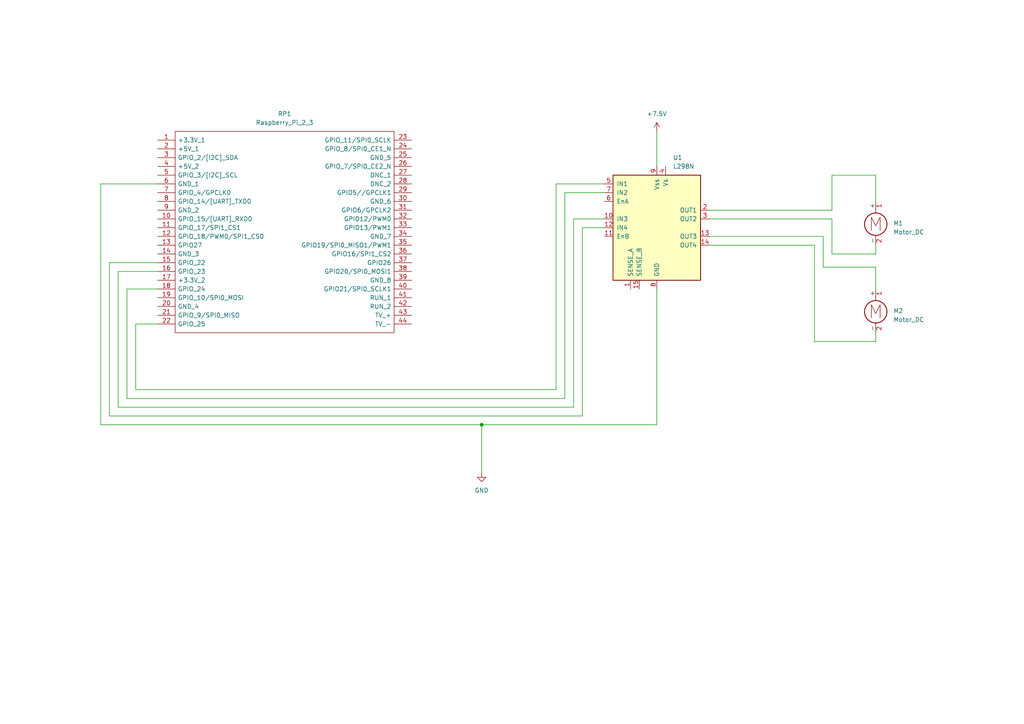
<source format=kicad_sch>
(kicad_sch (version 20250114) (generator "eeschema") (generator_version "9.0")
  (paper "A4")
  (lib_symbols
    (symbol "Driver_Motor:L298N" (pin_names (offset 1.016))
      (property "Reference" "U" (at -10.16 16.51 0))
      (property "Value" "L298N" (at 12.7 16.51 0))
      (symbol "L298N_0_1"
        (rectangle (start -12.7 15.24) (end 12.7 -15.24) (stroke (width 0.254)) (fill (type background)))
      )
      (symbol "L298N_1_1"
        (pin input line (at -15.24 12.7 0) (length 2.54) (name "IN1") (number "5"))
        (pin input line (at -15.24 10.16 0) (length 2.54) (name "IN2") (number "7"))
        (pin input line (at -15.24 7.62 0) (length 2.54) (name "EnA") (number "6"))
        (pin input line (at -15.24 2.54 0) (length 2.54) (name "IN3") (number "10"))
        (pin input line (at -15.24 0 0) (length 2.54) (name "IN4") (number "12"))
        (pin input line (at -15.24 -2.54 0) (length 2.54) (name "EnB") (number "11"))
        (pin power_in line (at -7.62 -17.78 90) (length 2.54) (name "SENSE_A") (number "1"))
        (pin power_in line (at -5.08 -17.78 90) (length 2.54) (name "SENSE_B") (number "15"))
        (pin power_in line (at 0 17.78 270) (length 2.54) (name "Vss") (number "9"))
        (pin power_in line (at 0 -17.78 90) (length 2.54) (name "GND") (number "8"))
        (pin power_in line (at 2.54 17.78 270) (length 2.54) (name "Vs") (number "4"))
        (pin output line (at 15.24 5.08 180) (length 2.54) (name "OUT1") (number "2"))
        (pin output line (at 15.24 2.54 180) (length 2.54) (name "OUT2") (number "3"))
        (pin output line (at 15.24 -2.54 180) (length 2.54) (name "OUT3") (number "13"))
        (pin output line (at 15.24 -5.08 180) (length 2.54) (name "OUT4") (number "14"))
      )
    )
    (symbol "Motor:Motor_DC" (pin_names (offset 0))
      (property "Reference" "M" (at 2.54 2.54 0))
      (property "Value" "Motor_DC" (at 2.54 -5.08 0))
      (symbol "Motor_DC_0_0"
        (polyline (pts (xy -1.27 -3.302) (xy -1.27 0.508) (xy 0 -2.032) (xy 1.27 0.508) (xy 1.27 -3.302)))
      )
      (symbol "Motor_DC_0_1"
        (polyline (pts (xy 0 2.032) (xy 0 2.54)))
        (polyline (pts (xy 0 1.7272) (xy 0 2.0828)))
        (circle (center 0 -1.524) (radius 3.2512) (stroke (width 0.254)))
        (polyline (pts (xy 0 -4.7752) (xy 0 -5.1816)))
        (polyline (pts (xy 0 -7.62) (xy 0 -7.112)))
      )
      (symbol "Motor_DC_1_1"
        (pin passive line (at 0 5.08 270) (length 2.54) (name "+") (number "1"))
        (pin passive line (at 0 -7.62 90) (length 2.54) (name "-") (number "2"))
      )
    )
    (symbol "Raspberry_Pi_2_or_3:Raspberry_Pi_2_3" (pin_names (offset 0.762))
      (property "Reference" "RP" (at 30.48 27.94 0))
      (property "Value" "Raspberry_Pi_2_3" (at 30.48 25.4 0))
      (symbol "Raspberry_Pi_2_3_0_0"
        (pin bidirectional line (at 0 0 0) (length 5.08) (name "+3.3V_1") (number "1"))
        (pin bidirectional line (at 0 -2.54 0) (length 5.08) (name "+5V_1") (number "2"))
        (pin bidirectional line (at 0 -5.08 0) (length 5.08) (name "GPIO_2/[I2C]_SDA") (number "3"))
        (pin bidirectional line (at 0 -7.62 0) (length 5.08) (name "+5V_2") (number "4"))
        (pin bidirectional line (at 0 -10.16 0) (length 5.08) (name "GPIO_3/[I2C]_SCL") (number "5"))
        (pin bidirectional line (at 0 -12.7 0) (length 5.08) (name "GND_1") (number "6"))
        (pin bidirectional line (at 0 -15.24 0) (length 5.08) (name "GPIO_4/GPCLK0") (number "7"))
        (pin bidirectional line (at 0 -17.78 0) (length 5.08) (name "GPIO_14/[UART]_TXD0") (number "8"))
        (pin bidirectional line (at 0 -20.32 0) (length 5.08) (name "GND_2") (number "9"))
        (pin bidirectional line (at 0 -22.86 0) (length 5.08) (name "GPIO_15/[UART]_RXD0") (number "10"))
        (pin bidirectional line (at 0 -25.4 0) (length 5.08) (name "GPIO_17/SPI1_CS1") (number "11"))
        (pin bidirectional line (at 0 -27.94 0) (length 5.08) (name "GPIO_18/PWM0/SPI1_CS0") (number "12"))
        (pin bidirectional line (at 0 -30.48 0) (length 5.08) (name "GPIO27") (number "13"))
        (pin bidirectional line (at 0 -33.02 0) (length 5.08) (name "GND_3") (number "14"))
        (pin bidirectional line (at 0 -35.56 0) (length 5.08) (name "GPIO_22") (number "15"))
        (pin bidirectional line (at 0 -38.1 0) (length 5.08) (name "GPIO_23") (number "16"))
        (pin bidirectional line (at 0 -40.64 0) (length 5.08) (name "+3.3V_2") (number "17"))
        (pin bidirectional line (at 0 -43.18 0) (length 5.08) (name "GPIO_24") (number "18"))
        (pin bidirectional line (at 0 -45.72 0) (length 5.08) (name "GPIO_10/SPI0_MOSI") (number "19"))
        (pin bidirectional line (at 0 -48.26 0) (length 5.08) (name "GND_4") (number "20"))
        (pin bidirectional line (at 0 -50.8 0) (length 5.08) (name "GPIO_9/SPI0_MISO") (number "21"))
        (pin bidirectional line (at 0 -53.34 0) (length 5.08) (name "GPIO_25") (number "22"))
        (pin bidirectional line (at 73.66 0 180) (length 5.08) (name "GPIO_11/SPI0_SCLK") (number "23"))
        (pin bidirectional line (at 73.66 -2.54 180) (length 5.08) (name "GPIO_8/SPI0_CE1_N") (number "24"))
        (pin bidirectional line (at 73.66 -5.08 180) (length 5.08) (name "GND_5") (number "25"))
        (pin bidirectional line (at 73.66 -7.62 180) (length 5.08) (name "GPIO_7/SPI0_CE2_N") (number "26"))
        (pin bidirectional line (at 73.66 -10.16 180) (length 5.08) (name "DNC_1") (number "27"))
        (pin bidirectional line (at 73.66 -12.7 180) (length 5.08) (name "DNC_2") (number "28"))
        (pin bidirectional line (at 73.66 -15.24 180) (length 5.08) (name "GPIO5//GPCLK1") (number "29"))
        (pin bidirectional line (at 73.66 -17.78 180) (length 5.08) (name "GND_6") (number "30"))
        (pin bidirectional line (at 73.66 -20.32 180) (length 5.08) (name "GPIO6/GPCLK2") (number "31"))
        (pin bidirectional line (at 73.66 -22.86 180) (length 5.08) (name "GPIO12/PWM0") (number "32"))
        (pin bidirectional line (at 73.66 -25.4 180) (length 5.08) (name "GPIO13/PWM1") (number "33"))
        (pin bidirectional line (at 73.66 -27.94 180) (length 5.08) (name "GND_7") (number "34"))
        (pin bidirectional line (at 73.66 -30.48 180) (length 5.08) (name "GPIO19/SPI0_MISO1/PWM1") (number "35"))
        (pin bidirectional line (at 73.66 -33.02 180) (length 5.08) (name "GPIO16/SPI1_CS2") (number "36"))
        (pin bidirectional line (at 73.66 -35.56 180) (length 5.08) (name "GPIO26") (number "37"))
        (pin bidirectional line (at 73.66 -38.1 180) (length 5.08) (name "GPIO20/SPI0_MOSI1") (number "38"))
        (pin bidirectional line (at 73.66 -40.64 180) (length 5.08) (name "GND_8") (number "39"))
        (pin bidirectional line (at 73.66 -43.18 180) (length 5.08) (name "GPIO21/SPI0_SCLK1") (number "40"))
        (pin bidirectional line (at 73.66 -45.72 180) (length 5.08) (name "RUN_1") (number "41"))
        (pin bidirectional line (at 73.66 -48.26 180) (length 5.08) (name "RUN_2") (number "42"))
        (pin bidirectional line (at 73.66 -50.8 180) (length 5.08) (name "TV_+") (number "43"))
        (pin bidirectional line (at 73.66 -53.34 180) (length 5.08) (name "TV_-") (number "44"))
      )
      (symbol "Raspberry_Pi_2_3_0_1"
        (polyline (pts (xy 5.08 2.54) (xy 68.58 2.54) (xy 68.58 -55.88) (xy 5.08 -55.88) (xy 5.08 2.54)) (stroke (width 0.1524)))
      )
    )
    (symbol "power:+7.5V" (power) (pin_numbers (hide yes)) (pin_names (offset 0) (hide yes))
      (property "Value" "+7.5V" (at 0 3.556 0))
      (symbol "+7.5V_0_1"
        (polyline (pts (xy -0.762 1.27) (xy 0 2.54)))
        (polyline (pts (xy 0 2.54) (xy 0.762 1.27)))
        (polyline (pts (xy 0 0) (xy 0 2.54)))
      )
      (symbol "+7.5V_1_1"
        (pin power_in line (at 0 0 90) (length 0) (name "~") (number "1"))
      )
    )
    (symbol "power:GND" (power) (pin_numbers (hide yes)) (pin_names (offset 0) (hide yes))
      (property "Value" "GND" (at 0 -3.81 0))
      (symbol "GND_0_1"
        (polyline (pts (xy 0 0) (xy 0 -1.27) (xy 1.27 -1.27) (xy 0 -2.54) (xy -1.27 -1.27) (xy 0 -1.27)))
      )
      (symbol "GND_1_1"
        (pin power_in line (at 0 0 270) (length 0) (name "~") (number "1"))
      )
    )
  )
  (junction (at 139.7 123.19))
  (wire (pts (xy 254 50.8) (xy 254 58.42)))
  (wire (pts (xy 190.5 123.19) (xy 139.7 123.19)))
  (wire (pts (xy 31.75 76.2) (xy 31.75 120.65)))
  (wire (pts (xy 241.3 60.96) (xy 241.3 50.8)))
  (wire (pts (xy 238.76 77.47) (xy 254 77.47)))
  (wire (pts (xy 254 73.66) (xy 241.3 73.66)))
  (wire (pts (xy 238.76 68.58) (xy 238.76 77.47)))
  (wire (pts (xy 254 71.12) (xy 254 73.66)))
  (wire (pts (xy 31.75 120.65) (xy 168.91 120.65)))
  (wire (pts (xy 205.74 68.58) (xy 238.76 68.58)))
  (wire (pts (xy 39.37 93.98) (xy 39.37 113.03)))
  (wire (pts (xy 190.5 38.1) (xy 190.5 48.26)))
  (wire (pts (xy 45.72 83.82) (xy 36.83 83.82)))
  (wire (pts (xy 45.72 93.98) (xy 39.37 93.98)))
  (wire (pts (xy 161.29 53.34) (xy 175.26 53.34)))
  (wire (pts (xy 254 96.52) (xy 254 99.06)))
  (wire (pts (xy 36.83 83.82) (xy 36.83 115.57)))
  (wire (pts (xy 161.29 113.03) (xy 161.29 53.34)))
  (wire (pts (xy 29.21 123.19) (xy 139.7 123.19)))
  (wire (pts (xy 236.22 99.06) (xy 254 99.06)))
  (wire (pts (xy 254 77.47) (xy 254 83.82)))
  (wire (pts (xy 39.37 113.03) (xy 161.29 113.03)))
  (wire (pts (xy 205.74 60.96) (xy 241.3 60.96)))
  (wire (pts (xy 36.83 115.57) (xy 163.83 115.57)))
  (wire (pts (xy 190.5 83.82) (xy 190.5 123.19)))
  (wire (pts (xy 45.72 76.2) (xy 31.75 76.2)))
  (wire (pts (xy 45.72 78.74) (xy 34.29 78.74)))
  (wire (pts (xy 168.91 120.65) (xy 168.91 66.04)))
  (wire (pts (xy 45.72 53.34) (xy 29.21 53.34)))
  (wire (pts (xy 139.7 123.19) (xy 139.7 137.16)))
  (wire (pts (xy 166.37 118.11) (xy 166.37 63.5)))
  (wire (pts (xy 166.37 63.5) (xy 175.26 63.5)))
  (wire (pts (xy 34.29 118.11) (xy 166.37 118.11)))
  (wire (pts (xy 236.22 99.06) (xy 236.22 71.12)))
  (wire (pts (xy 241.3 73.66) (xy 241.3 63.5)))
  (wire (pts (xy 163.83 55.88) (xy 175.26 55.88)))
  (wire (pts (xy 205.74 63.5) (xy 241.3 63.5)))
  (wire (pts (xy 168.91 66.04) (xy 175.26 66.04)))
  (wire (pts (xy 241.3 50.8) (xy 254 50.8)))
  (wire (pts (xy 34.29 78.74) (xy 34.29 118.11)))
  (wire (pts (xy 29.21 53.34) (xy 29.21 123.19)))
  (wire (pts (xy 163.83 115.57) (xy 163.83 55.88)))
  (wire (pts (xy 205.74 71.12) (xy 236.22 71.12)))
  (symbol (lib_id "Raspberry_Pi_2_or_3:Raspberry_Pi_2_3") (at 45.72 40.64 0) (unit 1)
    (property "Reference" "RP1" (at 82.55 33.02 0))
    (property "Value" "Raspberry_Pi_2_3" (at 82.55 35.56 0))
    (property "Footprint" "RASPBERRYPI" (effects (hide yes)))
    (property "Datasheet" "by lukaneco" (effects (hide yes)))
    (property "Description_1" "Raspberry Pi Zero 2 or 3 Single-board Computers" (effects (hide yes)))
    (property "Manufacturer_Name" "RASPBERRY-PI" (effects (hide yes)))
    (property "Manufacturer_Part_Number" "Raspberry Pi 2 or 3" (effects (hide yes)))
  )
  (symbol (lib_id "Motor:Motor_DC") (at 254 88.9 0) (unit 1)
    (property "Reference" "M2" (at 259.08 90.1699 0) (effects (justify left)))
    (property "Value" "Motor_DC" (at 259.08 92.7099 0) (effects (justify left)))
    (property "Description" "DC Motor" (effects (hide yes)))
  )
  (symbol (lib_id "power:+7.5V") (at 190.5 38.1 0) (unit 1)
    (property "Reference" "#PWR02" (effects (hide yes)))
    (property "Value" "+7.5V" (at 190.5 33.02 0))
    (property "Description" "Power symbol creates a global label with name \"+7.5V\"" (effects (hide yes)))
  )
  (symbol (lib_id "Driver_Motor:L298N") (at 190.5 66.04 0) (unit 1)
    (property "Reference" "U1" (at 195.1833 45.72 0) (effects (justify left)))
    (property "Value" "L298N" (at 195.1833 48.26 0) (effects (justify left)))
    (property "Footprint" "Package_TO_SOT_THT:TO-220-15_P2.54x2.54mm_StaggerOdd_Lead4.58mm_Vertical" (effects (hide yes)))
    (property "Datasheet" "http://www.st.com/st-web-ui/static/active/en/resource/technical/document/datasheet/CD00000240.pdf" (effects (hide yes)))
    (property "Description" "Dual full bridge motor driver, up to 46V, 4A, Multiwatt15-V" (effects (hide yes)))
  )
  (symbol (lib_id "Motor:Motor_DC") (at 254 63.5 0) (unit 1)
    (property "Reference" "M1" (at 259.08 64.7699 0) (effects (justify left)))
    (property "Value" "Motor_DC" (at 259.08 67.3099 0) (effects (justify left)))
    (property "Description" "DC Motor" (effects (hide yes)))
  )
  (symbol (lib_id "power:GND") (at 139.7 137.16 0) (unit 1)
    (property "Reference" "#PWR01" (effects (hide yes)))
    (property "Value" "GND" (at 139.7 142.24 0))
    (property "Description" "Power symbol creates a global label with name \"GND\" , ground" (effects (hide yes)))
  )
)
</source>
